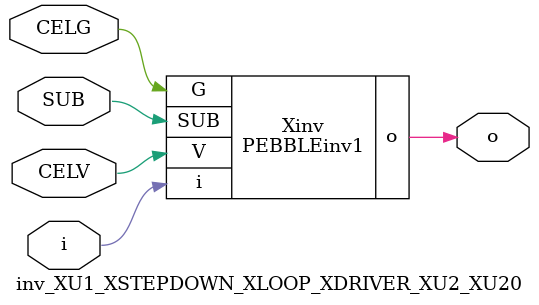
<source format=v>



module PEBBLEinv1 ( o, G, SUB, V, i );

  input V;
  input i;
  input G;
  output o;
  input SUB;
endmodule

//Celera Confidential Do Not Copy inv_XU1_XSTEPDOWN_XLOOP_XDRIVER_XU2_XU20
//Celera Confidential Symbol Generator
//5V Inverter
module inv_XU1_XSTEPDOWN_XLOOP_XDRIVER_XU2_XU20 (CELV,CELG,i,o,SUB);
input CELV;
input CELG;
input i;
input SUB;
output o;

//Celera Confidential Do Not Copy inv
PEBBLEinv1 Xinv(
.V (CELV),
.i (i),
.o (o),
.SUB (SUB),
.G (CELG)
);
//,diesize,PEBBLEinv1

//Celera Confidential Do Not Copy Module End
//Celera Schematic Generator
endmodule

</source>
